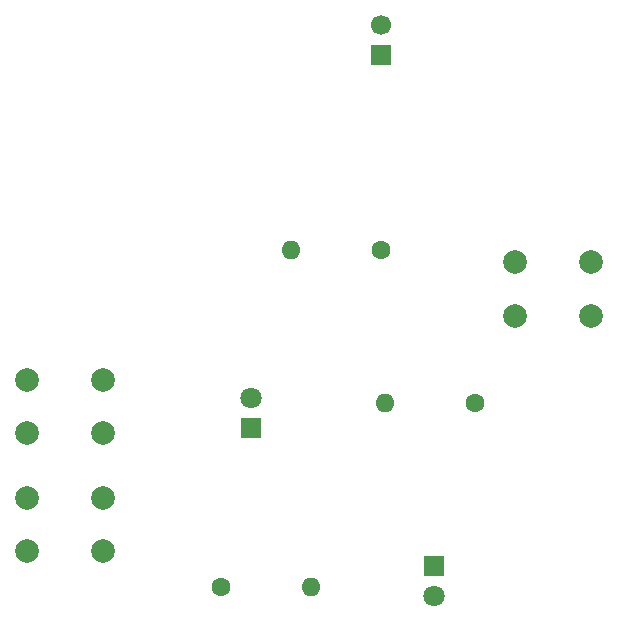
<source format=gts>
G04 #@! TF.GenerationSoftware,KiCad,Pcbnew,9.0.1*
G04 #@! TF.CreationDate,2025-04-26T15:50:14-04:00*
G04 #@! TF.ProjectId,FISH,46495348-2e6b-4696-9361-645f70636258,rev?*
G04 #@! TF.SameCoordinates,Original*
G04 #@! TF.FileFunction,Soldermask,Top*
G04 #@! TF.FilePolarity,Negative*
%FSLAX46Y46*%
G04 Gerber Fmt 4.6, Leading zero omitted, Abs format (unit mm)*
G04 Created by KiCad (PCBNEW 9.0.1) date 2025-04-26 15:50:14*
%MOMM*%
%LPD*%
G01*
G04 APERTURE LIST*
%ADD10C,1.600000*%
%ADD11O,1.600000X1.600000*%
%ADD12C,1.800000*%
%ADD13R,1.800000X1.800000*%
%ADD14C,2.000000*%
%ADD15R,1.700000X1.700000*%
%ADD16C,1.700000*%
G04 APERTURE END LIST*
D10*
G04 #@! TO.C,R1*
X146000000Y-135500000D03*
D11*
X153620000Y-135500000D03*
G04 #@! TD*
G04 #@! TO.C,R2*
X159880000Y-120000000D03*
D10*
X167500000Y-120000000D03*
G04 #@! TD*
D11*
G04 #@! TO.C,R3*
X151880000Y-107000000D03*
D10*
X159500000Y-107000000D03*
G04 #@! TD*
D12*
G04 #@! TO.C,D2*
X148500000Y-119500000D03*
D13*
X148500000Y-122040000D03*
G04 #@! TD*
D14*
G04 #@! TO.C,SW3*
X170832527Y-108057867D03*
X177332527Y-108057867D03*
X170832527Y-112557867D03*
X177332527Y-112557867D03*
G04 #@! TD*
G04 #@! TO.C,SW2*
X129500000Y-118000000D03*
X136000000Y-118000000D03*
X129500000Y-122500000D03*
X136000000Y-122500000D03*
G04 #@! TD*
G04 #@! TO.C,SW1*
X129500000Y-128000000D03*
X136000000Y-128000000D03*
X129500000Y-132500000D03*
X136000000Y-132500000D03*
G04 #@! TD*
D15*
G04 #@! TO.C,M1*
X159500000Y-90500000D03*
D16*
X159500000Y-87960000D03*
G04 #@! TD*
D13*
G04 #@! TO.C,D1*
X164000000Y-133725000D03*
D12*
X164000000Y-136265000D03*
G04 #@! TD*
M02*

</source>
